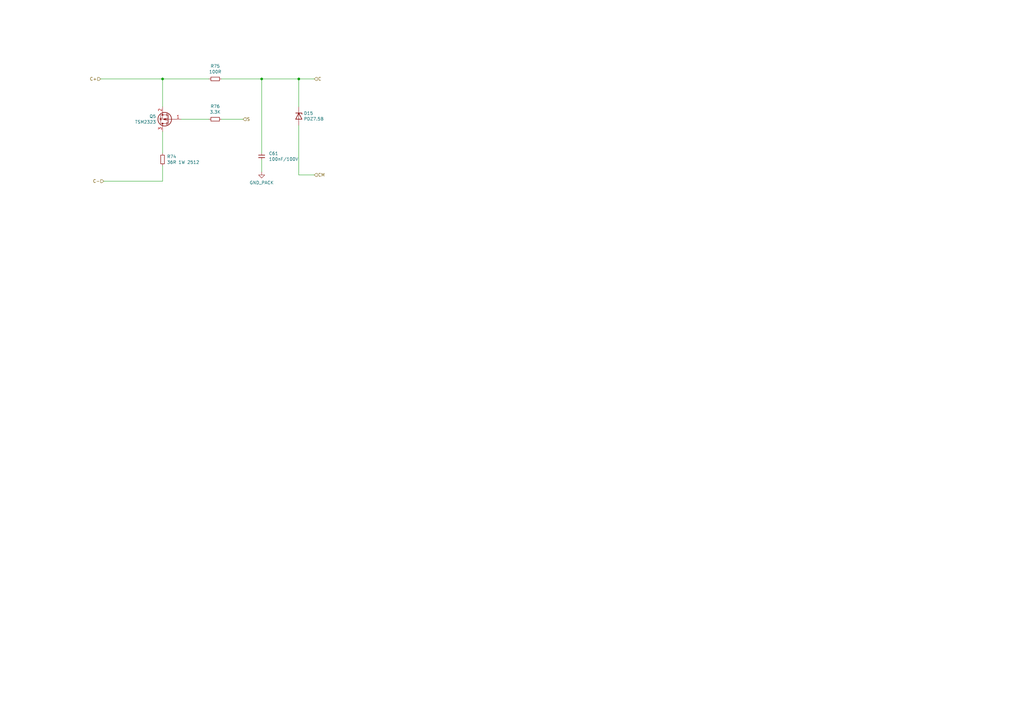
<source format=kicad_sch>
(kicad_sch (version 20231120) (generator "eeschema") (generator_version "8.0")
  (paper "A3")
  (title_block (date "2023-10-19") (rev "V0.1") (company "teTra"))
  (lib_symbols
    (symbol "Device:C" (pin_numbers hide) (pin_names (offset 0.254))
      (property "Reference" "C" (at 0.635 2.54 0))
      (property "Value" "C" (at 0.635 -2.54 0))
      (symbol "C_1_1"
        (polyline (pts (xy -1.27 -0.508) (xy 1.27 -0.508)) (stroke (width 0.254)))
        (polyline (pts (xy -1.27 0.508) (xy 1.27 0.508)) (stroke (width 0.254)))
        (pin passive line (at 0 1.27 270) (length 0.762) (name "~") (number "1"))
        (pin passive line (at 0 -1.27 90) (length 0.762) (name "~") (number "2"))
      )
    )
    (symbol "Device:D_Zener" (pin_numbers hide) (pin_names (offset 1.016) hide)
      (property "Reference" "D" (at 0 2.54 0))
      (property "Value" "D_Zener" (at 0 -2.54 0))
      (symbol "D_Zener_0_1"
        (polyline (pts (xy 1.27 0) (xy -1.27 0)))
        (polyline (pts (xy -1.27 -1.27) (xy -1.27 1.27) (xy -0.762 1.27)) (stroke (width 0.254)))
        (polyline (pts (xy 1.27 -1.27) (xy 1.27 1.27) (xy -1.27 0) (xy 1.27 -1.27)) (stroke (width 0.254)))
      )
      (symbol "D_Zener_1_1"
        (pin passive line (at -3.81 0 0) (length 2.54) (name "K") (number "1"))
        (pin passive line (at 3.81 0 180) (length 2.54) (name "A") (number "2"))
      )
    )
    (symbol "Device:Q_PMOS_GSD" (pin_names (offset 0) hide)
      (property "Reference" "Q" (at 5.08 1.27 0))
      (property "Value" "Q_PMOS_GSD" (at 5.08 -1.27 0))
      (symbol "Q_PMOS_GSD_0_1"
        (polyline (pts (xy 0.254 0) (xy -2.54 0)))
        (polyline (pts (xy 0.254 1.905) (xy 0.254 -1.905)) (stroke (width 0.254)))
        (polyline (pts (xy 0.762 -1.27) (xy 0.762 -2.286)) (stroke (width 0.254)))
        (polyline (pts (xy 0.762 0.508) (xy 0.762 -0.508)) (stroke (width 0.254)))
        (polyline (pts (xy 0.762 2.286) (xy 0.762 1.27)) (stroke (width 0.254)))
        (polyline (pts (xy 2.54 2.54) (xy 2.54 1.778)))
        (polyline (pts (xy 2.54 -2.54) (xy 2.54 0) (xy 0.762 0)))
        (polyline (pts (xy 0.762 1.778) (xy 3.302 1.778) (xy 3.302 -1.778) (xy 0.762 -1.778)))
        (polyline (pts (xy 2.286 0) (xy 1.27 0.381) (xy 1.27 -0.381) (xy 2.286 0)) (fill (type outline)))
        (polyline (pts (xy 2.794 -0.508) (xy 2.921 -0.381) (xy 3.683 -0.381) (xy 3.81 -0.254)))
        (polyline (pts (xy 3.302 -0.381) (xy 2.921 0.254) (xy 3.683 0.254) (xy 3.302 -0.381)))
        (circle (center 1.651 0) (radius 2.794) (stroke (width 0.254)))
        (circle (center 2.54 -1.778) (radius 0.254) (fill (type outline)))
        (circle (center 2.54 1.778) (radius 0.254) (fill (type outline)))
      )
      (symbol "Q_PMOS_GSD_1_1"
        (pin input line (at -5.08 0 0) (length 2.54) (name "G") (number "1"))
        (pin passive line (at 2.54 -5.08 90) (length 2.54) (name "S") (number "2"))
        (pin passive line (at 2.54 5.08 270) (length 2.54) (name "D") (number "3"))
      )
    )
    (symbol "Device:R_Small" (pin_numbers hide) (pin_names (offset 0.254) hide)
      (property "Reference" "R" (at 0.762 0.508 0))
      (property "Value" "R_Small" (at 0.762 -1.016 0))
      (symbol "R_Small_0_1"
        (rectangle (start -0.762 1.778) (end 0.762 -1.778) (stroke (width 0.2032)))
      )
      (symbol "R_Small_1_1"
        (pin passive line (at 0 2.54 270) (length 0.762) (name "~") (number "1"))
        (pin passive line (at 0 -2.54 90) (length 0.762) (name "~") (number "2"))
      )
    )
    (symbol "power:GND_PACK" (power) (pin_names (offset 0))
      (property "Value" "GND_PACK" (at 0 -3.81 0))
      (symbol "GND_PACK_0_1"
        (polyline (pts (xy 0 0) (xy 0 -1.27) (xy 1.27 -1.27) (xy 0 -2.54) (xy -1.27 -1.27) (xy 0 -1.27)))
      )
      (symbol "GND_PACK_1_1"
        (pin power_in line (at 0 0 270) (length 0) hide (name "GND_PACK") (number "1"))
      )
    )
  )
  (junction (at 122.555 32.385))
  (junction (at 107.315 32.385))
  (junction (at 66.675 32.385))
  (wire (pts (xy 66.675 67.945) (xy 66.675 74.295)))
  (wire (pts (xy 42.545 74.295) (xy 66.675 74.295)))
  (wire (pts (xy 122.555 32.385) (xy 128.905 32.385)))
  (wire (pts (xy 107.315 32.385) (xy 107.315 62.865)))
  (wire (pts (xy 122.555 51.435) (xy 122.555 71.755)))
  (wire (pts (xy 66.675 53.975) (xy 66.675 62.865)))
  (wire (pts (xy 90.805 48.895) (xy 99.695 48.895)))
  (wire (pts (xy 107.315 65.405) (xy 107.315 70.485)))
  (wire (pts (xy 90.805 32.385) (xy 107.315 32.385)))
  (wire (pts (xy 122.555 71.755) (xy 128.905 71.755)))
  (wire (pts (xy 107.315 32.385) (xy 122.555 32.385)))
  (wire (pts (xy 66.675 32.385) (xy 66.675 43.815)))
  (wire (pts (xy 66.675 32.385) (xy 85.725 32.385)))
  (wire (pts (xy 41.275 32.385) (xy 66.675 32.385)))
  (wire (pts (xy 74.295 48.895) (xy 85.725 48.895)))
  (wire (pts (xy 122.555 43.815) (xy 122.555 32.385)))
  (hierarchical_label "S" (shape input) (at 99.695 48.895 0))
  (hierarchical_label "C" (shape input) (at 128.905 32.385 0))
  (hierarchical_label "C+" (shape input) (at 41.275 32.385 180))
  (hierarchical_label "C-" (shape input) (at 42.545 74.295 180))
  (hierarchical_label "CM" (shape input) (at 128.905 71.755 0))
  (symbol (lib_id "Device:Q_PMOS_GSD") (at 69.215 48.895 180) (unit 1)
    (property "Reference" "Q4" (at 64.008 47.7266 0) (effects (justify left)))
    (property "Value" "TSM2323" (at 64.008 50.038 0) (effects (justify left)))
    (property "Footprint" "Package_TO_SOT_SMD:SOT-23" (effects (hide yes)))
    (property "Datasheet" "https://www.taiwansemi.com/assets/uploads/datasheet/TSM2323_F15.pdf" (effects (hide yes)))
    (property "Description" "P-Channel 20 V 4.7A (Ta) 1.25W (Ta) Surface Mount SOT-23" (effects (hide yes)))
    (property "MPN" "TSM2323CX RFG " (effects (hide yes)))
    (property "Link" "https://www.digikey.jp/en/products/detail/taiwan-semiconductor-corporation/TSM2323CX-RFG/7360264?s=N4IgTCBcDaICoGUCyYDMaDCANABAJQDEBxHEAXQF8g" (effects (hide yes)))
    (instances (project "LTC6811_ESP32_V1p3" (path "" (reference "Q5") (unit 1)) (path "" (reference "Q12") (unit 1)) (path "" (reference "Q11") (unit 1)) (path "" (reference "Q3") (unit 1)) (path "" (reference "Q10") (unit 1)) (path "" (reference "Q9") (unit 1)) (path "" (reference "Q8") (unit 1)) (path "" (reference "Q13") (unit 1)) (path "" (reference "Q7") (unit 1)) (path "" (reference "Q4") (unit 1)) (path "" (reference "Q6") (unit 1)) (path "" (reference "Q14") (unit 1))) (project "LTC6811" (path "" (reference "Q2") (unit 1)) (path "" (reference "Q3") (unit 1)) (path "" (reference "Q4") (unit 1)) (path "" (reference "Q5") (unit 1)) (path "" (reference "Q6") (unit 1)) (path "" (reference "Q7") (unit 1)) (path "" (reference "Q8") (unit 1)) (path "" (reference "Q9") (unit 1)) (path "" (reference "Q10") (unit 1)) (path "" (reference "Q11") (unit 1)) (path "" (reference "Q12") (unit 1)) (path "" (reference "Q13") (unit 1))))
  )
  (symbol (lib_id "power:GND_PACK") (at 107.315 70.485 0) (unit 1)
    (property "Reference" "#PWR086" (effects (hide yes)))
    (property "Value" "GND_PACK" (at 107.315 74.93 0))
    (instances (project "LTC6811_ESP32_V1p3" (path "" (reference "#PWR088") (unit 1)) (path "" (reference "#PWR095") (unit 1)) (path "" (reference "#PWR094") (unit 1)) (path "" (reference "#PWR086") (unit 1)) (path "" (reference "#PWR093") (unit 1)) (path "" (reference "#PWR092") (unit 1)) (path "" (reference "#PWR091") (unit 1)) (path "" (reference "#PWR096") (unit 1)) (path "" (reference "#PWR090") (unit 1)) (path "" (reference "#PWR087") (unit 1)) (path "" (reference "#PWR089") (unit 1)) (path "" (reference "#PWR097") (unit 1))))
  )
  (symbol (lib_id "Device:R_Small") (at 88.265 48.895 270) (unit 1)
    (property "Reference" "R73" (at 88.265 43.6372 90))
    (property "Value" "3.3K" (at 88.265 45.9486 90))
    (property "Footprint" "Resistor_SMD:R_0603_1608Metric" (effects (hide yes)))
    (property "Datasheet" "https://www.yageo.com/upload/media/product/app/datasheet/rchip/pyu-rc_group_51_rohs_l.pdf" (effects (hide yes)))
    (property "Description" "3.3 kOhms ±1% 0.1W, 1/10W Chip Resistor 0603 (1608 Metric) Moisture Resistant Thick Film" (effects (hide yes)))
    (property "MPN" "RC0603FR-073K3L" (effects (hide yes)))
    (property "Link" "https://www.digikey.jp/en/products/detail/yageo/RC0603FR-073K3L/727126?s=N4IgTCBcDaIEoGEAMA2JBmAYnAtEg7OgNboAyIAugL5A" (effects (hide yes)))
    (instances (project "LTC6811_ESP32_V1p3" (path "" (reference "R76") (unit 1)) (path "" (reference "R97") (unit 1)) (path "" (reference "R94") (unit 1)) (path "" (reference "R70") (unit 1)) (path "" (reference "R91") (unit 1)) (path "" (reference "R88") (unit 1)) (path "" (reference "R85") (unit 1)) (path "" (reference "R100") (unit 1)) (path "" (reference "R82") (unit 1)) (path "" (reference "R73") (unit 1)) (path "" (reference "R79") (unit 1)) (path "" (reference "R103") (unit 1))) (project "LTC6811" (path "" (reference "R14") (unit 1)) (path "" (reference "R17") (unit 1)) (path "" (reference "R20") (unit 1)) (path "" (reference "R23") (unit 1)) (path "" (reference "R26") (unit 1)) (path "" (reference "R29") (unit 1)) (path "" (reference "R32") (unit 1)) (path "" (reference "R35") (unit 1)) (path "" (reference "R38") (unit 1)) (path "" (reference "R41") (unit 1)) (path "" (reference "R44") (unit 1)) (path "" (reference "R47") (unit 1))))
  )
  (symbol (lib_id "Device:C") (at 107.315 64.135 0) (unit 1)
    (property "Reference" "C60" (at 110.236 62.9666 0) (effects (justify left)))
    (property "Value" "100nF/100V" (at 110.236 65.278 0) (effects (justify left)))
    (property "Footprint" "Capacitor_SMD:C_0603_1608Metric" (effects (hide yes)))
    (property "Datasheet" "https://www.digikey.jp/en/products/detail/samsung-electro-mechanics/CL10B104KC8NNNC/5961291?s=N4IgTCBcDaIMIBkCMAGAQqgLAaTgDgDki4AdEkAXQF8g" (effects (hide yes)))
    (property "Description" "0.1 µF ±10% 100V Ceramic Capacitor X7R 0603 (1608 Metric)" (effects (hide yes)))
    (property "MPN" "CL10B104KC8NNNC" (effects (hide yes)))
    (property "Link" "https://www.digikey.jp/en/products/detail/samsung-electro-mechanics/CL10B104KC8NNNC/5961291?s=N4IgTCBcDaIMIBkCMAGAQqgLAaTgDgDki4QBdAXyA" (effects (hide yes)))
    (instances (project "LTC6811_ESP32_V1p3" (path "" (reference "C61") (unit 1)) (path "" (reference "C68") (unit 1)) (path "" (reference "C67") (unit 1)) (path "" (reference "C59") (unit 1)) (path "" (reference "C66") (unit 1)) (path "" (reference "C65") (unit 1)) (path "" (reference "C64") (unit 1)) (path "" (reference "C69") (unit 1)) (path "" (reference "C63") (unit 1)) (path "" (reference "C60") (unit 1)) (path "" (reference "C62") (unit 1)) (path "" (reference "C70") (unit 1))) (project "LTC6811" (path "" (reference "C13") (unit 1)) (path "" (reference "C14") (unit 1)) (path "" (reference "C15") (unit 1)) (path "" (reference "C16") (unit 1)) (path "" (reference "C17") (unit 1)) (path "" (reference "C18") (unit 1)) (path "" (reference "C19") (unit 1)) (path "" (reference "C20") (unit 1)) (path "" (reference "C21") (unit 1)) (path "" (reference "C22") (unit 1)) (path "" (reference "C23") (unit 1)) (path "" (reference "C24") (unit 1))))
  )
  (symbol (lib_id "Device:R_Small") (at 66.675 65.405 180) (unit 1)
    (property "Reference" "R71" (at 68.453 64.2366 0) (effects (justify right)))
    (property "Value" "36R 1W 2512" (at 68.453 66.548 0) (effects (justify right)))
    (property "Footprint" "Resistor_SMD:R_2512_6332Metric" (effects (hide yes)))
    (property "Datasheet" "https://www.seielect.com/catalog/sei-rmcf_rmcp.pdf" (effects (hide yes)))
    (property "Description" "36 Ohms ±5% 1W Chip Resistor 2512 (6432 Metric) Automotive AEC-Q200 Thick Film" (effects (hide yes)))
    (property "MPN" "RTT25360JTE" (effects (hide yes)))
    (property "Link" "https://www.digikey.jp/en/products/detail/stackpole-electronics-inc/RMCF2512JT36R0/1716346" (effects (hide yes)))
    (instances (project "LTC6811_ESP32_V1p3" (path "" (reference "R74") (unit 1)) (path "" (reference "R95") (unit 1)) (path "" (reference "R92") (unit 1)) (path "" (reference "R68") (unit 1)) (path "" (reference "R89") (unit 1)) (path "" (reference "R86") (unit 1)) (path "" (reference "R83") (unit 1)) (path "" (reference "R98") (unit 1)) (path "" (reference "R80") (unit 1)) (path "" (reference "R71") (unit 1)) (path "" (reference "R77") (unit 1)) (path "" (reference "R101") (unit 1))) (project "LTC6811" (path "" (reference "R12") (unit 1)) (path "" (reference "R15") (unit 1)) (path "" (reference "R18") (unit 1)) (path "" (reference "R21") (unit 1)) (path "" (reference "R24") (unit 1)) (path "" (reference "R27") (unit 1)) (path "" (reference "R30") (unit 1)) (path "" (reference "R33") (unit 1)) (path "" (reference "R36") (unit 1)) (path "" (reference "R39") (unit 1)) (path "" (reference "R42") (unit 1)) (path "" (reference "R45") (unit 1))))
  )
  (symbol (lib_id "Device:D_Zener") (at 122.555 47.625 270) (unit 1)
    (property "Reference" "D14" (at 124.5616 46.4566 90) (effects (justify left)))
    (property "Value" "PDZ7.5B" (at 124.5616 48.768 90) (effects (justify left)))
    (property "Footprint" "Diode_SMD:D_SOD-323_HandSoldering" (effects (hide yes)))
    (property "Datasheet" "https://assets.nexperia.com/documents/data-sheet/PDZ-B_SER.pdf" (effects (hide yes)))
    (property "Description" "Zener Diode 7.6 V 400 mW ±2% Surface Mount SOD-323" (effects (hide yes)))
    (property "MPN" "PDZ7.5BZ" (effects (hide yes)))
    (property "Link" "https://www.digikey.jp/en/products/detail/nexperia-usa-inc/PDZ7-5BZ/7495708" (effects (hide yes)))
    (instances (project "LTC6811_ESP32_V1p3" (path "" (reference "D15") (unit 1)) (path "" (reference "D22") (unit 1)) (path "" (reference "D21") (unit 1)) (path "" (reference "D13") (unit 1)) (path "" (reference "D20") (unit 1)) (path "" (reference "D19") (unit 1)) (path "" (reference "D18") (unit 1)) (path "" (reference "D23") (unit 1)) (path "" (reference "D17") (unit 1)) (path "" (reference "D14") (unit 1)) (path "" (reference "D16") (unit 1)) (path "" (reference "D24") (unit 1))) (project "LTC6811" (path "" (reference "D1") (unit 1)) (path "" (reference "D2") (unit 1)) (path "" (reference "D3") (unit 1)) (path "" (reference "D4") (unit 1)) (path "" (reference "D5") (unit 1)) (path "" (reference "D6") (unit 1)) (path "" (reference "D7") (unit 1)) (path "" (reference "D8") (unit 1)) (path "" (reference "D9") (unit 1)) (path "" (reference "D10") (unit 1)) (path "" (reference "D11") (unit 1)) (path "" (reference "D12") (unit 1))))
  )
  (symbol (lib_id "Device:R_Small") (at 88.265 32.385 270) (unit 1)
    (property "Reference" "R72" (at 88.265 27.1272 90))
    (property "Value" "100R" (at 88.265 29.4386 90))
    (property "Footprint" "Resistor_SMD:R_0603_1608Metric" (effects (hide yes)))
    (property "Datasheet" "https://www.yageo.com/upload/media/product/app/datasheet/rchip/pyu-rc_group_51_rohs_l.pdf" (effects (hide yes)))
    (property "Description" "100 Ohms ±1% 0.1W, 1/10W Chip Resistor 0603 (1608 Metric) Moisture Resistant Thick Film" (effects (hide yes)))
    (property "MPN" "RC0603FR-07100RL" (effects (hide yes)))
    (property "Link" "https://www.digikey.jp/en/products/detail/yageo/RC0603FR-07100RL/726888?s=N4IgTCBcDaIEoGEAMA2JBmAYnAtEg7AIxJJwAyIAugL5A" (effects (hide yes)))
    (instances (project "LTC6811_ESP32_V1p3" (path "" (reference "R75") (unit 1)) (path "" (reference "R96") (unit 1)) (path "" (reference "R93") (unit 1)) (path "" (reference "R69") (unit 1)) (path "" (reference "R90") (unit 1)) (path "" (reference "R87") (unit 1)) (path "" (reference "R84") (unit 1)) (path "" (reference "R99") (unit 1)) (path "" (reference "R81") (unit 1)) (path "" (reference "R72") (unit 1)) (path "" (reference "R78") (unit 1)) (path "" (reference "R102") (unit 1))) (project "LTC6811" (path "" (reference "R13") (unit 1)) (path "" (reference "R16") (unit 1)) (path "" (reference "R19") (unit 1)) (path "" (reference "R22") (unit 1)) (path "" (reference "R25") (unit 1)) (path "" (reference "R28") (unit 1)) (path "" (reference "R31") (unit 1)) (path "" (reference "R34") (unit 1)) (path "" (reference "R37") (unit 1)) (path "" (reference "R40") (unit 1)) (path "" (reference "R43") (unit 1)) (path "" (reference "R46") (unit 1))))
  )
)
</source>
